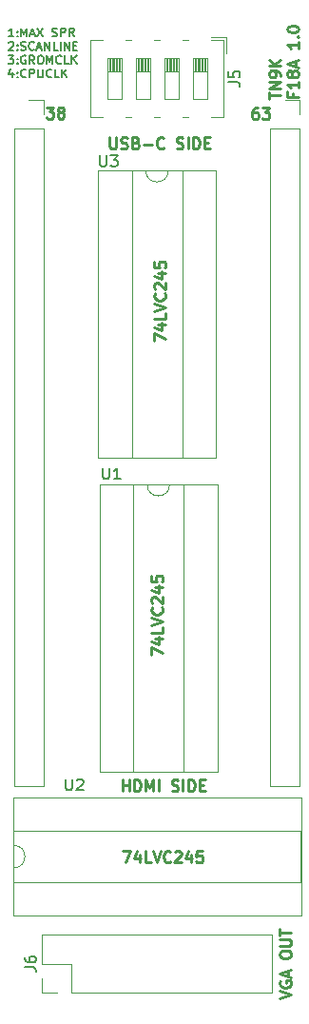
<source format=gbr>
%TF.GenerationSoftware,KiCad,Pcbnew,7.0.1*%
%TF.CreationDate,2023-04-24T00:42:08-07:00*%
%TF.ProjectId,TN9K_F18A,544e394b-5f46-4313-9841-2e6b69636164,rev?*%
%TF.SameCoordinates,Original*%
%TF.FileFunction,Legend,Top*%
%TF.FilePolarity,Positive*%
%FSLAX46Y46*%
G04 Gerber Fmt 4.6, Leading zero omitted, Abs format (unit mm)*
G04 Created by KiCad (PCBNEW 7.0.1) date 2023-04-24 00:42:08*
%MOMM*%
%LPD*%
G01*
G04 APERTURE LIST*
%ADD10C,0.250000*%
%ADD11C,0.187500*%
%ADD12C,0.150000*%
%ADD13C,0.120000*%
G04 APERTURE END LIST*
D10*
X158257857Y-115717619D02*
X158924523Y-115717619D01*
X158924523Y-115717619D02*
X158495952Y-116717619D01*
X159734047Y-116050952D02*
X159734047Y-116717619D01*
X159495952Y-115670000D02*
X159257857Y-116384285D01*
X159257857Y-116384285D02*
X159876904Y-116384285D01*
X160734047Y-116717619D02*
X160257857Y-116717619D01*
X160257857Y-116717619D02*
X160257857Y-115717619D01*
X160924524Y-115717619D02*
X161257857Y-116717619D01*
X161257857Y-116717619D02*
X161591190Y-115717619D01*
X162495952Y-116622380D02*
X162448333Y-116670000D01*
X162448333Y-116670000D02*
X162305476Y-116717619D01*
X162305476Y-116717619D02*
X162210238Y-116717619D01*
X162210238Y-116717619D02*
X162067381Y-116670000D01*
X162067381Y-116670000D02*
X161972143Y-116574761D01*
X161972143Y-116574761D02*
X161924524Y-116479523D01*
X161924524Y-116479523D02*
X161876905Y-116289047D01*
X161876905Y-116289047D02*
X161876905Y-116146190D01*
X161876905Y-116146190D02*
X161924524Y-115955714D01*
X161924524Y-115955714D02*
X161972143Y-115860476D01*
X161972143Y-115860476D02*
X162067381Y-115765238D01*
X162067381Y-115765238D02*
X162210238Y-115717619D01*
X162210238Y-115717619D02*
X162305476Y-115717619D01*
X162305476Y-115717619D02*
X162448333Y-115765238D01*
X162448333Y-115765238D02*
X162495952Y-115812857D01*
X162876905Y-115812857D02*
X162924524Y-115765238D01*
X162924524Y-115765238D02*
X163019762Y-115717619D01*
X163019762Y-115717619D02*
X163257857Y-115717619D01*
X163257857Y-115717619D02*
X163353095Y-115765238D01*
X163353095Y-115765238D02*
X163400714Y-115812857D01*
X163400714Y-115812857D02*
X163448333Y-115908095D01*
X163448333Y-115908095D02*
X163448333Y-116003333D01*
X163448333Y-116003333D02*
X163400714Y-116146190D01*
X163400714Y-116146190D02*
X162829286Y-116717619D01*
X162829286Y-116717619D02*
X163448333Y-116717619D01*
X164305476Y-116050952D02*
X164305476Y-116717619D01*
X164067381Y-115670000D02*
X163829286Y-116384285D01*
X163829286Y-116384285D02*
X164448333Y-116384285D01*
X165305476Y-115717619D02*
X164829286Y-115717619D01*
X164829286Y-115717619D02*
X164781667Y-116193809D01*
X164781667Y-116193809D02*
X164829286Y-116146190D01*
X164829286Y-116146190D02*
X164924524Y-116098571D01*
X164924524Y-116098571D02*
X165162619Y-116098571D01*
X165162619Y-116098571D02*
X165257857Y-116146190D01*
X165257857Y-116146190D02*
X165305476Y-116193809D01*
X165305476Y-116193809D02*
X165353095Y-116289047D01*
X165353095Y-116289047D02*
X165353095Y-116527142D01*
X165353095Y-116527142D02*
X165305476Y-116622380D01*
X165305476Y-116622380D02*
X165257857Y-116670000D01*
X165257857Y-116670000D02*
X165162619Y-116717619D01*
X165162619Y-116717619D02*
X164924524Y-116717619D01*
X164924524Y-116717619D02*
X164829286Y-116670000D01*
X164829286Y-116670000D02*
X164781667Y-116622380D01*
X161056619Y-70342142D02*
X161056619Y-69675476D01*
X161056619Y-69675476D02*
X162056619Y-70104047D01*
X161389952Y-68865952D02*
X162056619Y-68865952D01*
X161009000Y-69104047D02*
X161723285Y-69342142D01*
X161723285Y-69342142D02*
X161723285Y-68723095D01*
X162056619Y-67865952D02*
X162056619Y-68342142D01*
X162056619Y-68342142D02*
X161056619Y-68342142D01*
X161056619Y-67675475D02*
X162056619Y-67342142D01*
X162056619Y-67342142D02*
X161056619Y-67008809D01*
X161961380Y-66104047D02*
X162009000Y-66151666D01*
X162009000Y-66151666D02*
X162056619Y-66294523D01*
X162056619Y-66294523D02*
X162056619Y-66389761D01*
X162056619Y-66389761D02*
X162009000Y-66532618D01*
X162009000Y-66532618D02*
X161913761Y-66627856D01*
X161913761Y-66627856D02*
X161818523Y-66675475D01*
X161818523Y-66675475D02*
X161628047Y-66723094D01*
X161628047Y-66723094D02*
X161485190Y-66723094D01*
X161485190Y-66723094D02*
X161294714Y-66675475D01*
X161294714Y-66675475D02*
X161199476Y-66627856D01*
X161199476Y-66627856D02*
X161104238Y-66532618D01*
X161104238Y-66532618D02*
X161056619Y-66389761D01*
X161056619Y-66389761D02*
X161056619Y-66294523D01*
X161056619Y-66294523D02*
X161104238Y-66151666D01*
X161104238Y-66151666D02*
X161151857Y-66104047D01*
X161151857Y-65723094D02*
X161104238Y-65675475D01*
X161104238Y-65675475D02*
X161056619Y-65580237D01*
X161056619Y-65580237D02*
X161056619Y-65342142D01*
X161056619Y-65342142D02*
X161104238Y-65246904D01*
X161104238Y-65246904D02*
X161151857Y-65199285D01*
X161151857Y-65199285D02*
X161247095Y-65151666D01*
X161247095Y-65151666D02*
X161342333Y-65151666D01*
X161342333Y-65151666D02*
X161485190Y-65199285D01*
X161485190Y-65199285D02*
X162056619Y-65770713D01*
X162056619Y-65770713D02*
X162056619Y-65151666D01*
X161389952Y-64294523D02*
X162056619Y-64294523D01*
X161009000Y-64532618D02*
X161723285Y-64770713D01*
X161723285Y-64770713D02*
X161723285Y-64151666D01*
X161056619Y-63294523D02*
X161056619Y-63770713D01*
X161056619Y-63770713D02*
X161532809Y-63818332D01*
X161532809Y-63818332D02*
X161485190Y-63770713D01*
X161485190Y-63770713D02*
X161437571Y-63675475D01*
X161437571Y-63675475D02*
X161437571Y-63437380D01*
X161437571Y-63437380D02*
X161485190Y-63342142D01*
X161485190Y-63342142D02*
X161532809Y-63294523D01*
X161532809Y-63294523D02*
X161628047Y-63246904D01*
X161628047Y-63246904D02*
X161866142Y-63246904D01*
X161866142Y-63246904D02*
X161961380Y-63294523D01*
X161961380Y-63294523D02*
X162009000Y-63342142D01*
X162009000Y-63342142D02*
X162056619Y-63437380D01*
X162056619Y-63437380D02*
X162056619Y-63675475D01*
X162056619Y-63675475D02*
X162009000Y-63770713D01*
X162009000Y-63770713D02*
X161961380Y-63818332D01*
X171281819Y-48775161D02*
X171281819Y-48203733D01*
X172281819Y-48489447D02*
X171281819Y-48489447D01*
X172281819Y-47870399D02*
X171281819Y-47870399D01*
X171281819Y-47870399D02*
X172281819Y-47298971D01*
X172281819Y-47298971D02*
X171281819Y-47298971D01*
X172281819Y-46775161D02*
X172281819Y-46584685D01*
X172281819Y-46584685D02*
X172234200Y-46489447D01*
X172234200Y-46489447D02*
X172186580Y-46441828D01*
X172186580Y-46441828D02*
X172043723Y-46346590D01*
X172043723Y-46346590D02*
X171853247Y-46298971D01*
X171853247Y-46298971D02*
X171472295Y-46298971D01*
X171472295Y-46298971D02*
X171377057Y-46346590D01*
X171377057Y-46346590D02*
X171329438Y-46394209D01*
X171329438Y-46394209D02*
X171281819Y-46489447D01*
X171281819Y-46489447D02*
X171281819Y-46679923D01*
X171281819Y-46679923D02*
X171329438Y-46775161D01*
X171329438Y-46775161D02*
X171377057Y-46822780D01*
X171377057Y-46822780D02*
X171472295Y-46870399D01*
X171472295Y-46870399D02*
X171710390Y-46870399D01*
X171710390Y-46870399D02*
X171805628Y-46822780D01*
X171805628Y-46822780D02*
X171853247Y-46775161D01*
X171853247Y-46775161D02*
X171900866Y-46679923D01*
X171900866Y-46679923D02*
X171900866Y-46489447D01*
X171900866Y-46489447D02*
X171853247Y-46394209D01*
X171853247Y-46394209D02*
X171805628Y-46346590D01*
X171805628Y-46346590D02*
X171710390Y-46298971D01*
X172281819Y-45870399D02*
X171281819Y-45870399D01*
X172281819Y-45298971D02*
X171710390Y-45727542D01*
X171281819Y-45298971D02*
X171853247Y-45870399D01*
X173378009Y-48298971D02*
X173378009Y-48632304D01*
X173901819Y-48632304D02*
X172901819Y-48632304D01*
X172901819Y-48632304D02*
X172901819Y-48156114D01*
X173901819Y-47251352D02*
X173901819Y-47822780D01*
X173901819Y-47537066D02*
X172901819Y-47537066D01*
X172901819Y-47537066D02*
X173044676Y-47632304D01*
X173044676Y-47632304D02*
X173139914Y-47727542D01*
X173139914Y-47727542D02*
X173187533Y-47822780D01*
X173330390Y-46679923D02*
X173282771Y-46775161D01*
X173282771Y-46775161D02*
X173235152Y-46822780D01*
X173235152Y-46822780D02*
X173139914Y-46870399D01*
X173139914Y-46870399D02*
X173092295Y-46870399D01*
X173092295Y-46870399D02*
X172997057Y-46822780D01*
X172997057Y-46822780D02*
X172949438Y-46775161D01*
X172949438Y-46775161D02*
X172901819Y-46679923D01*
X172901819Y-46679923D02*
X172901819Y-46489447D01*
X172901819Y-46489447D02*
X172949438Y-46394209D01*
X172949438Y-46394209D02*
X172997057Y-46346590D01*
X172997057Y-46346590D02*
X173092295Y-46298971D01*
X173092295Y-46298971D02*
X173139914Y-46298971D01*
X173139914Y-46298971D02*
X173235152Y-46346590D01*
X173235152Y-46346590D02*
X173282771Y-46394209D01*
X173282771Y-46394209D02*
X173330390Y-46489447D01*
X173330390Y-46489447D02*
X173330390Y-46679923D01*
X173330390Y-46679923D02*
X173378009Y-46775161D01*
X173378009Y-46775161D02*
X173425628Y-46822780D01*
X173425628Y-46822780D02*
X173520866Y-46870399D01*
X173520866Y-46870399D02*
X173711342Y-46870399D01*
X173711342Y-46870399D02*
X173806580Y-46822780D01*
X173806580Y-46822780D02*
X173854200Y-46775161D01*
X173854200Y-46775161D02*
X173901819Y-46679923D01*
X173901819Y-46679923D02*
X173901819Y-46489447D01*
X173901819Y-46489447D02*
X173854200Y-46394209D01*
X173854200Y-46394209D02*
X173806580Y-46346590D01*
X173806580Y-46346590D02*
X173711342Y-46298971D01*
X173711342Y-46298971D02*
X173520866Y-46298971D01*
X173520866Y-46298971D02*
X173425628Y-46346590D01*
X173425628Y-46346590D02*
X173378009Y-46394209D01*
X173378009Y-46394209D02*
X173330390Y-46489447D01*
X173616104Y-45918018D02*
X173616104Y-45441828D01*
X173901819Y-46013256D02*
X172901819Y-45679923D01*
X172901819Y-45679923D02*
X173901819Y-45346590D01*
X173901819Y-43727542D02*
X173901819Y-44298970D01*
X173901819Y-44013256D02*
X172901819Y-44013256D01*
X172901819Y-44013256D02*
X173044676Y-44108494D01*
X173044676Y-44108494D02*
X173139914Y-44203732D01*
X173139914Y-44203732D02*
X173187533Y-44298970D01*
X173806580Y-43298970D02*
X173854200Y-43251351D01*
X173854200Y-43251351D02*
X173901819Y-43298970D01*
X173901819Y-43298970D02*
X173854200Y-43346589D01*
X173854200Y-43346589D02*
X173806580Y-43298970D01*
X173806580Y-43298970D02*
X173901819Y-43298970D01*
X172901819Y-42632304D02*
X172901819Y-42537066D01*
X172901819Y-42537066D02*
X172949438Y-42441828D01*
X172949438Y-42441828D02*
X172997057Y-42394209D01*
X172997057Y-42394209D02*
X173092295Y-42346590D01*
X173092295Y-42346590D02*
X173282771Y-42298971D01*
X173282771Y-42298971D02*
X173520866Y-42298971D01*
X173520866Y-42298971D02*
X173711342Y-42346590D01*
X173711342Y-42346590D02*
X173806580Y-42394209D01*
X173806580Y-42394209D02*
X173854200Y-42441828D01*
X173854200Y-42441828D02*
X173901819Y-42537066D01*
X173901819Y-42537066D02*
X173901819Y-42632304D01*
X173901819Y-42632304D02*
X173854200Y-42727542D01*
X173854200Y-42727542D02*
X173806580Y-42775161D01*
X173806580Y-42775161D02*
X173711342Y-42822780D01*
X173711342Y-42822780D02*
X173520866Y-42870399D01*
X173520866Y-42870399D02*
X173282771Y-42870399D01*
X173282771Y-42870399D02*
X173092295Y-42822780D01*
X173092295Y-42822780D02*
X172997057Y-42775161D01*
X172997057Y-42775161D02*
X172949438Y-42727542D01*
X172949438Y-42727542D02*
X172901819Y-42632304D01*
D11*
X148526428Y-43253214D02*
X148097857Y-43253214D01*
X148312142Y-43253214D02*
X148312142Y-42503214D01*
X148312142Y-42503214D02*
X148240714Y-42610357D01*
X148240714Y-42610357D02*
X148169285Y-42681785D01*
X148169285Y-42681785D02*
X148097857Y-42717500D01*
X148847857Y-43181785D02*
X148883571Y-43217500D01*
X148883571Y-43217500D02*
X148847857Y-43253214D01*
X148847857Y-43253214D02*
X148812143Y-43217500D01*
X148812143Y-43217500D02*
X148847857Y-43181785D01*
X148847857Y-43181785D02*
X148847857Y-43253214D01*
X148847857Y-42788928D02*
X148883571Y-42824642D01*
X148883571Y-42824642D02*
X148847857Y-42860357D01*
X148847857Y-42860357D02*
X148812143Y-42824642D01*
X148812143Y-42824642D02*
X148847857Y-42788928D01*
X148847857Y-42788928D02*
X148847857Y-42860357D01*
X149205000Y-43253214D02*
X149205000Y-42503214D01*
X149205000Y-42503214D02*
X149455000Y-43038928D01*
X149455000Y-43038928D02*
X149705000Y-42503214D01*
X149705000Y-42503214D02*
X149705000Y-43253214D01*
X150026429Y-43038928D02*
X150383572Y-43038928D01*
X149955000Y-43253214D02*
X150205000Y-42503214D01*
X150205000Y-42503214D02*
X150455000Y-43253214D01*
X150633571Y-42503214D02*
X151133571Y-43253214D01*
X151133571Y-42503214D02*
X150633571Y-43253214D01*
X151955001Y-43217500D02*
X152062144Y-43253214D01*
X152062144Y-43253214D02*
X152240715Y-43253214D01*
X152240715Y-43253214D02*
X152312144Y-43217500D01*
X152312144Y-43217500D02*
X152347858Y-43181785D01*
X152347858Y-43181785D02*
X152383572Y-43110357D01*
X152383572Y-43110357D02*
X152383572Y-43038928D01*
X152383572Y-43038928D02*
X152347858Y-42967500D01*
X152347858Y-42967500D02*
X152312144Y-42931785D01*
X152312144Y-42931785D02*
X152240715Y-42896071D01*
X152240715Y-42896071D02*
X152097858Y-42860357D01*
X152097858Y-42860357D02*
X152026429Y-42824642D01*
X152026429Y-42824642D02*
X151990715Y-42788928D01*
X151990715Y-42788928D02*
X151955001Y-42717500D01*
X151955001Y-42717500D02*
X151955001Y-42646071D01*
X151955001Y-42646071D02*
X151990715Y-42574642D01*
X151990715Y-42574642D02*
X152026429Y-42538928D01*
X152026429Y-42538928D02*
X152097858Y-42503214D01*
X152097858Y-42503214D02*
X152276429Y-42503214D01*
X152276429Y-42503214D02*
X152383572Y-42538928D01*
X152705001Y-43253214D02*
X152705001Y-42503214D01*
X152705001Y-42503214D02*
X152990715Y-42503214D01*
X152990715Y-42503214D02*
X153062144Y-42538928D01*
X153062144Y-42538928D02*
X153097858Y-42574642D01*
X153097858Y-42574642D02*
X153133572Y-42646071D01*
X153133572Y-42646071D02*
X153133572Y-42753214D01*
X153133572Y-42753214D02*
X153097858Y-42824642D01*
X153097858Y-42824642D02*
X153062144Y-42860357D01*
X153062144Y-42860357D02*
X152990715Y-42896071D01*
X152990715Y-42896071D02*
X152705001Y-42896071D01*
X153883572Y-43253214D02*
X153633572Y-42896071D01*
X153455001Y-43253214D02*
X153455001Y-42503214D01*
X153455001Y-42503214D02*
X153740715Y-42503214D01*
X153740715Y-42503214D02*
X153812144Y-42538928D01*
X153812144Y-42538928D02*
X153847858Y-42574642D01*
X153847858Y-42574642D02*
X153883572Y-42646071D01*
X153883572Y-42646071D02*
X153883572Y-42753214D01*
X153883572Y-42753214D02*
X153847858Y-42824642D01*
X153847858Y-42824642D02*
X153812144Y-42860357D01*
X153812144Y-42860357D02*
X153740715Y-42896071D01*
X153740715Y-42896071D02*
X153455001Y-42896071D01*
X148097857Y-43789642D02*
X148133571Y-43753928D01*
X148133571Y-43753928D02*
X148205000Y-43718214D01*
X148205000Y-43718214D02*
X148383571Y-43718214D01*
X148383571Y-43718214D02*
X148455000Y-43753928D01*
X148455000Y-43753928D02*
X148490714Y-43789642D01*
X148490714Y-43789642D02*
X148526428Y-43861071D01*
X148526428Y-43861071D02*
X148526428Y-43932500D01*
X148526428Y-43932500D02*
X148490714Y-44039642D01*
X148490714Y-44039642D02*
X148062142Y-44468214D01*
X148062142Y-44468214D02*
X148526428Y-44468214D01*
X148847857Y-44396785D02*
X148883571Y-44432500D01*
X148883571Y-44432500D02*
X148847857Y-44468214D01*
X148847857Y-44468214D02*
X148812143Y-44432500D01*
X148812143Y-44432500D02*
X148847857Y-44396785D01*
X148847857Y-44396785D02*
X148847857Y-44468214D01*
X148847857Y-44003928D02*
X148883571Y-44039642D01*
X148883571Y-44039642D02*
X148847857Y-44075357D01*
X148847857Y-44075357D02*
X148812143Y-44039642D01*
X148812143Y-44039642D02*
X148847857Y-44003928D01*
X148847857Y-44003928D02*
X148847857Y-44075357D01*
X149169286Y-44432500D02*
X149276429Y-44468214D01*
X149276429Y-44468214D02*
X149455000Y-44468214D01*
X149455000Y-44468214D02*
X149526429Y-44432500D01*
X149526429Y-44432500D02*
X149562143Y-44396785D01*
X149562143Y-44396785D02*
X149597857Y-44325357D01*
X149597857Y-44325357D02*
X149597857Y-44253928D01*
X149597857Y-44253928D02*
X149562143Y-44182500D01*
X149562143Y-44182500D02*
X149526429Y-44146785D01*
X149526429Y-44146785D02*
X149455000Y-44111071D01*
X149455000Y-44111071D02*
X149312143Y-44075357D01*
X149312143Y-44075357D02*
X149240714Y-44039642D01*
X149240714Y-44039642D02*
X149205000Y-44003928D01*
X149205000Y-44003928D02*
X149169286Y-43932500D01*
X149169286Y-43932500D02*
X149169286Y-43861071D01*
X149169286Y-43861071D02*
X149205000Y-43789642D01*
X149205000Y-43789642D02*
X149240714Y-43753928D01*
X149240714Y-43753928D02*
X149312143Y-43718214D01*
X149312143Y-43718214D02*
X149490714Y-43718214D01*
X149490714Y-43718214D02*
X149597857Y-43753928D01*
X150347857Y-44396785D02*
X150312143Y-44432500D01*
X150312143Y-44432500D02*
X150205000Y-44468214D01*
X150205000Y-44468214D02*
X150133572Y-44468214D01*
X150133572Y-44468214D02*
X150026429Y-44432500D01*
X150026429Y-44432500D02*
X149955000Y-44361071D01*
X149955000Y-44361071D02*
X149919286Y-44289642D01*
X149919286Y-44289642D02*
X149883572Y-44146785D01*
X149883572Y-44146785D02*
X149883572Y-44039642D01*
X149883572Y-44039642D02*
X149919286Y-43896785D01*
X149919286Y-43896785D02*
X149955000Y-43825357D01*
X149955000Y-43825357D02*
X150026429Y-43753928D01*
X150026429Y-43753928D02*
X150133572Y-43718214D01*
X150133572Y-43718214D02*
X150205000Y-43718214D01*
X150205000Y-43718214D02*
X150312143Y-43753928D01*
X150312143Y-43753928D02*
X150347857Y-43789642D01*
X150633572Y-44253928D02*
X150990715Y-44253928D01*
X150562143Y-44468214D02*
X150812143Y-43718214D01*
X150812143Y-43718214D02*
X151062143Y-44468214D01*
X151312143Y-44468214D02*
X151312143Y-43718214D01*
X151312143Y-43718214D02*
X151740714Y-44468214D01*
X151740714Y-44468214D02*
X151740714Y-43718214D01*
X152455000Y-44468214D02*
X152097857Y-44468214D01*
X152097857Y-44468214D02*
X152097857Y-43718214D01*
X152705000Y-44468214D02*
X152705000Y-43718214D01*
X153062143Y-44468214D02*
X153062143Y-43718214D01*
X153062143Y-43718214D02*
X153490714Y-44468214D01*
X153490714Y-44468214D02*
X153490714Y-43718214D01*
X153847857Y-44075357D02*
X154097857Y-44075357D01*
X154205000Y-44468214D02*
X153847857Y-44468214D01*
X153847857Y-44468214D02*
X153847857Y-43718214D01*
X153847857Y-43718214D02*
X154205000Y-43718214D01*
X148062142Y-44933214D02*
X148526428Y-44933214D01*
X148526428Y-44933214D02*
X148276428Y-45218928D01*
X148276428Y-45218928D02*
X148383571Y-45218928D01*
X148383571Y-45218928D02*
X148455000Y-45254642D01*
X148455000Y-45254642D02*
X148490714Y-45290357D01*
X148490714Y-45290357D02*
X148526428Y-45361785D01*
X148526428Y-45361785D02*
X148526428Y-45540357D01*
X148526428Y-45540357D02*
X148490714Y-45611785D01*
X148490714Y-45611785D02*
X148455000Y-45647500D01*
X148455000Y-45647500D02*
X148383571Y-45683214D01*
X148383571Y-45683214D02*
X148169285Y-45683214D01*
X148169285Y-45683214D02*
X148097857Y-45647500D01*
X148097857Y-45647500D02*
X148062142Y-45611785D01*
X148847857Y-45611785D02*
X148883571Y-45647500D01*
X148883571Y-45647500D02*
X148847857Y-45683214D01*
X148847857Y-45683214D02*
X148812143Y-45647500D01*
X148812143Y-45647500D02*
X148847857Y-45611785D01*
X148847857Y-45611785D02*
X148847857Y-45683214D01*
X148847857Y-45218928D02*
X148883571Y-45254642D01*
X148883571Y-45254642D02*
X148847857Y-45290357D01*
X148847857Y-45290357D02*
X148812143Y-45254642D01*
X148812143Y-45254642D02*
X148847857Y-45218928D01*
X148847857Y-45218928D02*
X148847857Y-45290357D01*
X149597857Y-44968928D02*
X149526429Y-44933214D01*
X149526429Y-44933214D02*
X149419286Y-44933214D01*
X149419286Y-44933214D02*
X149312143Y-44968928D01*
X149312143Y-44968928D02*
X149240714Y-45040357D01*
X149240714Y-45040357D02*
X149205000Y-45111785D01*
X149205000Y-45111785D02*
X149169286Y-45254642D01*
X149169286Y-45254642D02*
X149169286Y-45361785D01*
X149169286Y-45361785D02*
X149205000Y-45504642D01*
X149205000Y-45504642D02*
X149240714Y-45576071D01*
X149240714Y-45576071D02*
X149312143Y-45647500D01*
X149312143Y-45647500D02*
X149419286Y-45683214D01*
X149419286Y-45683214D02*
X149490714Y-45683214D01*
X149490714Y-45683214D02*
X149597857Y-45647500D01*
X149597857Y-45647500D02*
X149633571Y-45611785D01*
X149633571Y-45611785D02*
X149633571Y-45361785D01*
X149633571Y-45361785D02*
X149490714Y-45361785D01*
X150383571Y-45683214D02*
X150133571Y-45326071D01*
X149955000Y-45683214D02*
X149955000Y-44933214D01*
X149955000Y-44933214D02*
X150240714Y-44933214D01*
X150240714Y-44933214D02*
X150312143Y-44968928D01*
X150312143Y-44968928D02*
X150347857Y-45004642D01*
X150347857Y-45004642D02*
X150383571Y-45076071D01*
X150383571Y-45076071D02*
X150383571Y-45183214D01*
X150383571Y-45183214D02*
X150347857Y-45254642D01*
X150347857Y-45254642D02*
X150312143Y-45290357D01*
X150312143Y-45290357D02*
X150240714Y-45326071D01*
X150240714Y-45326071D02*
X149955000Y-45326071D01*
X150847857Y-44933214D02*
X150990714Y-44933214D01*
X150990714Y-44933214D02*
X151062143Y-44968928D01*
X151062143Y-44968928D02*
X151133571Y-45040357D01*
X151133571Y-45040357D02*
X151169286Y-45183214D01*
X151169286Y-45183214D02*
X151169286Y-45433214D01*
X151169286Y-45433214D02*
X151133571Y-45576071D01*
X151133571Y-45576071D02*
X151062143Y-45647500D01*
X151062143Y-45647500D02*
X150990714Y-45683214D01*
X150990714Y-45683214D02*
X150847857Y-45683214D01*
X150847857Y-45683214D02*
X150776429Y-45647500D01*
X150776429Y-45647500D02*
X150705000Y-45576071D01*
X150705000Y-45576071D02*
X150669286Y-45433214D01*
X150669286Y-45433214D02*
X150669286Y-45183214D01*
X150669286Y-45183214D02*
X150705000Y-45040357D01*
X150705000Y-45040357D02*
X150776429Y-44968928D01*
X150776429Y-44968928D02*
X150847857Y-44933214D01*
X151490714Y-45683214D02*
X151490714Y-44933214D01*
X151490714Y-44933214D02*
X151740714Y-45468928D01*
X151740714Y-45468928D02*
X151990714Y-44933214D01*
X151990714Y-44933214D02*
X151990714Y-45683214D01*
X152776428Y-45611785D02*
X152740714Y-45647500D01*
X152740714Y-45647500D02*
X152633571Y-45683214D01*
X152633571Y-45683214D02*
X152562143Y-45683214D01*
X152562143Y-45683214D02*
X152455000Y-45647500D01*
X152455000Y-45647500D02*
X152383571Y-45576071D01*
X152383571Y-45576071D02*
X152347857Y-45504642D01*
X152347857Y-45504642D02*
X152312143Y-45361785D01*
X152312143Y-45361785D02*
X152312143Y-45254642D01*
X152312143Y-45254642D02*
X152347857Y-45111785D01*
X152347857Y-45111785D02*
X152383571Y-45040357D01*
X152383571Y-45040357D02*
X152455000Y-44968928D01*
X152455000Y-44968928D02*
X152562143Y-44933214D01*
X152562143Y-44933214D02*
X152633571Y-44933214D01*
X152633571Y-44933214D02*
X152740714Y-44968928D01*
X152740714Y-44968928D02*
X152776428Y-45004642D01*
X153455000Y-45683214D02*
X153097857Y-45683214D01*
X153097857Y-45683214D02*
X153097857Y-44933214D01*
X153705000Y-45683214D02*
X153705000Y-44933214D01*
X154133571Y-45683214D02*
X153812143Y-45254642D01*
X154133571Y-44933214D02*
X153705000Y-45361785D01*
X148455000Y-46398214D02*
X148455000Y-46898214D01*
X148276428Y-46112500D02*
X148097857Y-46648214D01*
X148097857Y-46648214D02*
X148562142Y-46648214D01*
X148847857Y-46826785D02*
X148883571Y-46862500D01*
X148883571Y-46862500D02*
X148847857Y-46898214D01*
X148847857Y-46898214D02*
X148812143Y-46862500D01*
X148812143Y-46862500D02*
X148847857Y-46826785D01*
X148847857Y-46826785D02*
X148847857Y-46898214D01*
X148847857Y-46433928D02*
X148883571Y-46469642D01*
X148883571Y-46469642D02*
X148847857Y-46505357D01*
X148847857Y-46505357D02*
X148812143Y-46469642D01*
X148812143Y-46469642D02*
X148847857Y-46433928D01*
X148847857Y-46433928D02*
X148847857Y-46505357D01*
X149633571Y-46826785D02*
X149597857Y-46862500D01*
X149597857Y-46862500D02*
X149490714Y-46898214D01*
X149490714Y-46898214D02*
X149419286Y-46898214D01*
X149419286Y-46898214D02*
X149312143Y-46862500D01*
X149312143Y-46862500D02*
X149240714Y-46791071D01*
X149240714Y-46791071D02*
X149205000Y-46719642D01*
X149205000Y-46719642D02*
X149169286Y-46576785D01*
X149169286Y-46576785D02*
X149169286Y-46469642D01*
X149169286Y-46469642D02*
X149205000Y-46326785D01*
X149205000Y-46326785D02*
X149240714Y-46255357D01*
X149240714Y-46255357D02*
X149312143Y-46183928D01*
X149312143Y-46183928D02*
X149419286Y-46148214D01*
X149419286Y-46148214D02*
X149490714Y-46148214D01*
X149490714Y-46148214D02*
X149597857Y-46183928D01*
X149597857Y-46183928D02*
X149633571Y-46219642D01*
X149955000Y-46898214D02*
X149955000Y-46148214D01*
X149955000Y-46148214D02*
X150240714Y-46148214D01*
X150240714Y-46148214D02*
X150312143Y-46183928D01*
X150312143Y-46183928D02*
X150347857Y-46219642D01*
X150347857Y-46219642D02*
X150383571Y-46291071D01*
X150383571Y-46291071D02*
X150383571Y-46398214D01*
X150383571Y-46398214D02*
X150347857Y-46469642D01*
X150347857Y-46469642D02*
X150312143Y-46505357D01*
X150312143Y-46505357D02*
X150240714Y-46541071D01*
X150240714Y-46541071D02*
X149955000Y-46541071D01*
X150705000Y-46148214D02*
X150705000Y-46755357D01*
X150705000Y-46755357D02*
X150740714Y-46826785D01*
X150740714Y-46826785D02*
X150776429Y-46862500D01*
X150776429Y-46862500D02*
X150847857Y-46898214D01*
X150847857Y-46898214D02*
X150990714Y-46898214D01*
X150990714Y-46898214D02*
X151062143Y-46862500D01*
X151062143Y-46862500D02*
X151097857Y-46826785D01*
X151097857Y-46826785D02*
X151133571Y-46755357D01*
X151133571Y-46755357D02*
X151133571Y-46148214D01*
X151919285Y-46826785D02*
X151883571Y-46862500D01*
X151883571Y-46862500D02*
X151776428Y-46898214D01*
X151776428Y-46898214D02*
X151705000Y-46898214D01*
X151705000Y-46898214D02*
X151597857Y-46862500D01*
X151597857Y-46862500D02*
X151526428Y-46791071D01*
X151526428Y-46791071D02*
X151490714Y-46719642D01*
X151490714Y-46719642D02*
X151455000Y-46576785D01*
X151455000Y-46576785D02*
X151455000Y-46469642D01*
X151455000Y-46469642D02*
X151490714Y-46326785D01*
X151490714Y-46326785D02*
X151526428Y-46255357D01*
X151526428Y-46255357D02*
X151597857Y-46183928D01*
X151597857Y-46183928D02*
X151705000Y-46148214D01*
X151705000Y-46148214D02*
X151776428Y-46148214D01*
X151776428Y-46148214D02*
X151883571Y-46183928D01*
X151883571Y-46183928D02*
X151919285Y-46219642D01*
X152597857Y-46898214D02*
X152240714Y-46898214D01*
X152240714Y-46898214D02*
X152240714Y-46148214D01*
X152847857Y-46898214D02*
X152847857Y-46148214D01*
X153276428Y-46898214D02*
X152955000Y-46469642D01*
X153276428Y-46148214D02*
X152847857Y-46576785D01*
D10*
X160802619Y-98282142D02*
X160802619Y-97615476D01*
X160802619Y-97615476D02*
X161802619Y-98044047D01*
X161135952Y-96805952D02*
X161802619Y-96805952D01*
X160755000Y-97044047D02*
X161469285Y-97282142D01*
X161469285Y-97282142D02*
X161469285Y-96663095D01*
X161802619Y-95805952D02*
X161802619Y-96282142D01*
X161802619Y-96282142D02*
X160802619Y-96282142D01*
X160802619Y-95615475D02*
X161802619Y-95282142D01*
X161802619Y-95282142D02*
X160802619Y-94948809D01*
X161707380Y-94044047D02*
X161755000Y-94091666D01*
X161755000Y-94091666D02*
X161802619Y-94234523D01*
X161802619Y-94234523D02*
X161802619Y-94329761D01*
X161802619Y-94329761D02*
X161755000Y-94472618D01*
X161755000Y-94472618D02*
X161659761Y-94567856D01*
X161659761Y-94567856D02*
X161564523Y-94615475D01*
X161564523Y-94615475D02*
X161374047Y-94663094D01*
X161374047Y-94663094D02*
X161231190Y-94663094D01*
X161231190Y-94663094D02*
X161040714Y-94615475D01*
X161040714Y-94615475D02*
X160945476Y-94567856D01*
X160945476Y-94567856D02*
X160850238Y-94472618D01*
X160850238Y-94472618D02*
X160802619Y-94329761D01*
X160802619Y-94329761D02*
X160802619Y-94234523D01*
X160802619Y-94234523D02*
X160850238Y-94091666D01*
X160850238Y-94091666D02*
X160897857Y-94044047D01*
X160897857Y-93663094D02*
X160850238Y-93615475D01*
X160850238Y-93615475D02*
X160802619Y-93520237D01*
X160802619Y-93520237D02*
X160802619Y-93282142D01*
X160802619Y-93282142D02*
X160850238Y-93186904D01*
X160850238Y-93186904D02*
X160897857Y-93139285D01*
X160897857Y-93139285D02*
X160993095Y-93091666D01*
X160993095Y-93091666D02*
X161088333Y-93091666D01*
X161088333Y-93091666D02*
X161231190Y-93139285D01*
X161231190Y-93139285D02*
X161802619Y-93710713D01*
X161802619Y-93710713D02*
X161802619Y-93091666D01*
X161135952Y-92234523D02*
X161802619Y-92234523D01*
X160755000Y-92472618D02*
X161469285Y-92710713D01*
X161469285Y-92710713D02*
X161469285Y-92091666D01*
X160802619Y-91234523D02*
X160802619Y-91710713D01*
X160802619Y-91710713D02*
X161278809Y-91758332D01*
X161278809Y-91758332D02*
X161231190Y-91710713D01*
X161231190Y-91710713D02*
X161183571Y-91615475D01*
X161183571Y-91615475D02*
X161183571Y-91377380D01*
X161183571Y-91377380D02*
X161231190Y-91282142D01*
X161231190Y-91282142D02*
X161278809Y-91234523D01*
X161278809Y-91234523D02*
X161374047Y-91186904D01*
X161374047Y-91186904D02*
X161612142Y-91186904D01*
X161612142Y-91186904D02*
X161707380Y-91234523D01*
X161707380Y-91234523D02*
X161755000Y-91282142D01*
X161755000Y-91282142D02*
X161802619Y-91377380D01*
X161802619Y-91377380D02*
X161802619Y-91615475D01*
X161802619Y-91615475D02*
X161755000Y-91710713D01*
X161755000Y-91710713D02*
X161707380Y-91758332D01*
X157083095Y-52217619D02*
X157083095Y-53027142D01*
X157083095Y-53027142D02*
X157130714Y-53122380D01*
X157130714Y-53122380D02*
X157178333Y-53170000D01*
X157178333Y-53170000D02*
X157273571Y-53217619D01*
X157273571Y-53217619D02*
X157464047Y-53217619D01*
X157464047Y-53217619D02*
X157559285Y-53170000D01*
X157559285Y-53170000D02*
X157606904Y-53122380D01*
X157606904Y-53122380D02*
X157654523Y-53027142D01*
X157654523Y-53027142D02*
X157654523Y-52217619D01*
X158083095Y-53170000D02*
X158225952Y-53217619D01*
X158225952Y-53217619D02*
X158464047Y-53217619D01*
X158464047Y-53217619D02*
X158559285Y-53170000D01*
X158559285Y-53170000D02*
X158606904Y-53122380D01*
X158606904Y-53122380D02*
X158654523Y-53027142D01*
X158654523Y-53027142D02*
X158654523Y-52931904D01*
X158654523Y-52931904D02*
X158606904Y-52836666D01*
X158606904Y-52836666D02*
X158559285Y-52789047D01*
X158559285Y-52789047D02*
X158464047Y-52741428D01*
X158464047Y-52741428D02*
X158273571Y-52693809D01*
X158273571Y-52693809D02*
X158178333Y-52646190D01*
X158178333Y-52646190D02*
X158130714Y-52598571D01*
X158130714Y-52598571D02*
X158083095Y-52503333D01*
X158083095Y-52503333D02*
X158083095Y-52408095D01*
X158083095Y-52408095D02*
X158130714Y-52312857D01*
X158130714Y-52312857D02*
X158178333Y-52265238D01*
X158178333Y-52265238D02*
X158273571Y-52217619D01*
X158273571Y-52217619D02*
X158511666Y-52217619D01*
X158511666Y-52217619D02*
X158654523Y-52265238D01*
X159416428Y-52693809D02*
X159559285Y-52741428D01*
X159559285Y-52741428D02*
X159606904Y-52789047D01*
X159606904Y-52789047D02*
X159654523Y-52884285D01*
X159654523Y-52884285D02*
X159654523Y-53027142D01*
X159654523Y-53027142D02*
X159606904Y-53122380D01*
X159606904Y-53122380D02*
X159559285Y-53170000D01*
X159559285Y-53170000D02*
X159464047Y-53217619D01*
X159464047Y-53217619D02*
X159083095Y-53217619D01*
X159083095Y-53217619D02*
X159083095Y-52217619D01*
X159083095Y-52217619D02*
X159416428Y-52217619D01*
X159416428Y-52217619D02*
X159511666Y-52265238D01*
X159511666Y-52265238D02*
X159559285Y-52312857D01*
X159559285Y-52312857D02*
X159606904Y-52408095D01*
X159606904Y-52408095D02*
X159606904Y-52503333D01*
X159606904Y-52503333D02*
X159559285Y-52598571D01*
X159559285Y-52598571D02*
X159511666Y-52646190D01*
X159511666Y-52646190D02*
X159416428Y-52693809D01*
X159416428Y-52693809D02*
X159083095Y-52693809D01*
X160083095Y-52836666D02*
X160845000Y-52836666D01*
X161892618Y-53122380D02*
X161844999Y-53170000D01*
X161844999Y-53170000D02*
X161702142Y-53217619D01*
X161702142Y-53217619D02*
X161606904Y-53217619D01*
X161606904Y-53217619D02*
X161464047Y-53170000D01*
X161464047Y-53170000D02*
X161368809Y-53074761D01*
X161368809Y-53074761D02*
X161321190Y-52979523D01*
X161321190Y-52979523D02*
X161273571Y-52789047D01*
X161273571Y-52789047D02*
X161273571Y-52646190D01*
X161273571Y-52646190D02*
X161321190Y-52455714D01*
X161321190Y-52455714D02*
X161368809Y-52360476D01*
X161368809Y-52360476D02*
X161464047Y-52265238D01*
X161464047Y-52265238D02*
X161606904Y-52217619D01*
X161606904Y-52217619D02*
X161702142Y-52217619D01*
X161702142Y-52217619D02*
X161844999Y-52265238D01*
X161844999Y-52265238D02*
X161892618Y-52312857D01*
X163035476Y-53170000D02*
X163178333Y-53217619D01*
X163178333Y-53217619D02*
X163416428Y-53217619D01*
X163416428Y-53217619D02*
X163511666Y-53170000D01*
X163511666Y-53170000D02*
X163559285Y-53122380D01*
X163559285Y-53122380D02*
X163606904Y-53027142D01*
X163606904Y-53027142D02*
X163606904Y-52931904D01*
X163606904Y-52931904D02*
X163559285Y-52836666D01*
X163559285Y-52836666D02*
X163511666Y-52789047D01*
X163511666Y-52789047D02*
X163416428Y-52741428D01*
X163416428Y-52741428D02*
X163225952Y-52693809D01*
X163225952Y-52693809D02*
X163130714Y-52646190D01*
X163130714Y-52646190D02*
X163083095Y-52598571D01*
X163083095Y-52598571D02*
X163035476Y-52503333D01*
X163035476Y-52503333D02*
X163035476Y-52408095D01*
X163035476Y-52408095D02*
X163083095Y-52312857D01*
X163083095Y-52312857D02*
X163130714Y-52265238D01*
X163130714Y-52265238D02*
X163225952Y-52217619D01*
X163225952Y-52217619D02*
X163464047Y-52217619D01*
X163464047Y-52217619D02*
X163606904Y-52265238D01*
X164035476Y-53217619D02*
X164035476Y-52217619D01*
X164511666Y-53217619D02*
X164511666Y-52217619D01*
X164511666Y-52217619D02*
X164749761Y-52217619D01*
X164749761Y-52217619D02*
X164892618Y-52265238D01*
X164892618Y-52265238D02*
X164987856Y-52360476D01*
X164987856Y-52360476D02*
X165035475Y-52455714D01*
X165035475Y-52455714D02*
X165083094Y-52646190D01*
X165083094Y-52646190D02*
X165083094Y-52789047D01*
X165083094Y-52789047D02*
X165035475Y-52979523D01*
X165035475Y-52979523D02*
X164987856Y-53074761D01*
X164987856Y-53074761D02*
X164892618Y-53170000D01*
X164892618Y-53170000D02*
X164749761Y-53217619D01*
X164749761Y-53217619D02*
X164511666Y-53217619D01*
X165511666Y-52693809D02*
X165844999Y-52693809D01*
X165987856Y-53217619D02*
X165511666Y-53217619D01*
X165511666Y-53217619D02*
X165511666Y-52217619D01*
X165511666Y-52217619D02*
X165987856Y-52217619D01*
X172232619Y-128809761D02*
X173232619Y-128476428D01*
X173232619Y-128476428D02*
X172232619Y-128143095D01*
X172280238Y-127285952D02*
X172232619Y-127381190D01*
X172232619Y-127381190D02*
X172232619Y-127524047D01*
X172232619Y-127524047D02*
X172280238Y-127666904D01*
X172280238Y-127666904D02*
X172375476Y-127762142D01*
X172375476Y-127762142D02*
X172470714Y-127809761D01*
X172470714Y-127809761D02*
X172661190Y-127857380D01*
X172661190Y-127857380D02*
X172804047Y-127857380D01*
X172804047Y-127857380D02*
X172994523Y-127809761D01*
X172994523Y-127809761D02*
X173089761Y-127762142D01*
X173089761Y-127762142D02*
X173185000Y-127666904D01*
X173185000Y-127666904D02*
X173232619Y-127524047D01*
X173232619Y-127524047D02*
X173232619Y-127428809D01*
X173232619Y-127428809D02*
X173185000Y-127285952D01*
X173185000Y-127285952D02*
X173137380Y-127238333D01*
X173137380Y-127238333D02*
X172804047Y-127238333D01*
X172804047Y-127238333D02*
X172804047Y-127428809D01*
X172946904Y-126857380D02*
X172946904Y-126381190D01*
X173232619Y-126952618D02*
X172232619Y-126619285D01*
X172232619Y-126619285D02*
X173232619Y-126285952D01*
X172232619Y-125000237D02*
X172232619Y-124809761D01*
X172232619Y-124809761D02*
X172280238Y-124714523D01*
X172280238Y-124714523D02*
X172375476Y-124619285D01*
X172375476Y-124619285D02*
X172565952Y-124571666D01*
X172565952Y-124571666D02*
X172899285Y-124571666D01*
X172899285Y-124571666D02*
X173089761Y-124619285D01*
X173089761Y-124619285D02*
X173185000Y-124714523D01*
X173185000Y-124714523D02*
X173232619Y-124809761D01*
X173232619Y-124809761D02*
X173232619Y-125000237D01*
X173232619Y-125000237D02*
X173185000Y-125095475D01*
X173185000Y-125095475D02*
X173089761Y-125190713D01*
X173089761Y-125190713D02*
X172899285Y-125238332D01*
X172899285Y-125238332D02*
X172565952Y-125238332D01*
X172565952Y-125238332D02*
X172375476Y-125190713D01*
X172375476Y-125190713D02*
X172280238Y-125095475D01*
X172280238Y-125095475D02*
X172232619Y-125000237D01*
X172232619Y-124143094D02*
X173042142Y-124143094D01*
X173042142Y-124143094D02*
X173137380Y-124095475D01*
X173137380Y-124095475D02*
X173185000Y-124047856D01*
X173185000Y-124047856D02*
X173232619Y-123952618D01*
X173232619Y-123952618D02*
X173232619Y-123762142D01*
X173232619Y-123762142D02*
X173185000Y-123666904D01*
X173185000Y-123666904D02*
X173137380Y-123619285D01*
X173137380Y-123619285D02*
X173042142Y-123571666D01*
X173042142Y-123571666D02*
X172232619Y-123571666D01*
X172232619Y-123238332D02*
X172232619Y-122666904D01*
X173232619Y-122952618D02*
X172232619Y-122952618D01*
X158226095Y-110367619D02*
X158226095Y-109367619D01*
X158226095Y-109843809D02*
X158797523Y-109843809D01*
X158797523Y-110367619D02*
X158797523Y-109367619D01*
X159273714Y-110367619D02*
X159273714Y-109367619D01*
X159273714Y-109367619D02*
X159511809Y-109367619D01*
X159511809Y-109367619D02*
X159654666Y-109415238D01*
X159654666Y-109415238D02*
X159749904Y-109510476D01*
X159749904Y-109510476D02*
X159797523Y-109605714D01*
X159797523Y-109605714D02*
X159845142Y-109796190D01*
X159845142Y-109796190D02*
X159845142Y-109939047D01*
X159845142Y-109939047D02*
X159797523Y-110129523D01*
X159797523Y-110129523D02*
X159749904Y-110224761D01*
X159749904Y-110224761D02*
X159654666Y-110320000D01*
X159654666Y-110320000D02*
X159511809Y-110367619D01*
X159511809Y-110367619D02*
X159273714Y-110367619D01*
X160273714Y-110367619D02*
X160273714Y-109367619D01*
X160273714Y-109367619D02*
X160607047Y-110081904D01*
X160607047Y-110081904D02*
X160940380Y-109367619D01*
X160940380Y-109367619D02*
X160940380Y-110367619D01*
X161416571Y-110367619D02*
X161416571Y-109367619D01*
X162607047Y-110320000D02*
X162749904Y-110367619D01*
X162749904Y-110367619D02*
X162987999Y-110367619D01*
X162987999Y-110367619D02*
X163083237Y-110320000D01*
X163083237Y-110320000D02*
X163130856Y-110272380D01*
X163130856Y-110272380D02*
X163178475Y-110177142D01*
X163178475Y-110177142D02*
X163178475Y-110081904D01*
X163178475Y-110081904D02*
X163130856Y-109986666D01*
X163130856Y-109986666D02*
X163083237Y-109939047D01*
X163083237Y-109939047D02*
X162987999Y-109891428D01*
X162987999Y-109891428D02*
X162797523Y-109843809D01*
X162797523Y-109843809D02*
X162702285Y-109796190D01*
X162702285Y-109796190D02*
X162654666Y-109748571D01*
X162654666Y-109748571D02*
X162607047Y-109653333D01*
X162607047Y-109653333D02*
X162607047Y-109558095D01*
X162607047Y-109558095D02*
X162654666Y-109462857D01*
X162654666Y-109462857D02*
X162702285Y-109415238D01*
X162702285Y-109415238D02*
X162797523Y-109367619D01*
X162797523Y-109367619D02*
X163035618Y-109367619D01*
X163035618Y-109367619D02*
X163178475Y-109415238D01*
X163607047Y-110367619D02*
X163607047Y-109367619D01*
X164083237Y-110367619D02*
X164083237Y-109367619D01*
X164083237Y-109367619D02*
X164321332Y-109367619D01*
X164321332Y-109367619D02*
X164464189Y-109415238D01*
X164464189Y-109415238D02*
X164559427Y-109510476D01*
X164559427Y-109510476D02*
X164607046Y-109605714D01*
X164607046Y-109605714D02*
X164654665Y-109796190D01*
X164654665Y-109796190D02*
X164654665Y-109939047D01*
X164654665Y-109939047D02*
X164607046Y-110129523D01*
X164607046Y-110129523D02*
X164559427Y-110224761D01*
X164559427Y-110224761D02*
X164464189Y-110320000D01*
X164464189Y-110320000D02*
X164321332Y-110367619D01*
X164321332Y-110367619D02*
X164083237Y-110367619D01*
X165083237Y-109843809D02*
X165416570Y-109843809D01*
X165559427Y-110367619D02*
X165083237Y-110367619D01*
X165083237Y-110367619D02*
X165083237Y-109367619D01*
X165083237Y-109367619D02*
X165559427Y-109367619D01*
X151450657Y-49550619D02*
X152069704Y-49550619D01*
X152069704Y-49550619D02*
X151736371Y-49931571D01*
X151736371Y-49931571D02*
X151879228Y-49931571D01*
X151879228Y-49931571D02*
X151974466Y-49979190D01*
X151974466Y-49979190D02*
X152022085Y-50026809D01*
X152022085Y-50026809D02*
X152069704Y-50122047D01*
X152069704Y-50122047D02*
X152069704Y-50360142D01*
X152069704Y-50360142D02*
X152022085Y-50455380D01*
X152022085Y-50455380D02*
X151974466Y-50503000D01*
X151974466Y-50503000D02*
X151879228Y-50550619D01*
X151879228Y-50550619D02*
X151593514Y-50550619D01*
X151593514Y-50550619D02*
X151498276Y-50503000D01*
X151498276Y-50503000D02*
X151450657Y-50455380D01*
X152641133Y-49979190D02*
X152545895Y-49931571D01*
X152545895Y-49931571D02*
X152498276Y-49883952D01*
X152498276Y-49883952D02*
X152450657Y-49788714D01*
X152450657Y-49788714D02*
X152450657Y-49741095D01*
X152450657Y-49741095D02*
X152498276Y-49645857D01*
X152498276Y-49645857D02*
X152545895Y-49598238D01*
X152545895Y-49598238D02*
X152641133Y-49550619D01*
X152641133Y-49550619D02*
X152831609Y-49550619D01*
X152831609Y-49550619D02*
X152926847Y-49598238D01*
X152926847Y-49598238D02*
X152974466Y-49645857D01*
X152974466Y-49645857D02*
X153022085Y-49741095D01*
X153022085Y-49741095D02*
X153022085Y-49788714D01*
X153022085Y-49788714D02*
X152974466Y-49883952D01*
X152974466Y-49883952D02*
X152926847Y-49931571D01*
X152926847Y-49931571D02*
X152831609Y-49979190D01*
X152831609Y-49979190D02*
X152641133Y-49979190D01*
X152641133Y-49979190D02*
X152545895Y-50026809D01*
X152545895Y-50026809D02*
X152498276Y-50074428D01*
X152498276Y-50074428D02*
X152450657Y-50169666D01*
X152450657Y-50169666D02*
X152450657Y-50360142D01*
X152450657Y-50360142D02*
X152498276Y-50455380D01*
X152498276Y-50455380D02*
X152545895Y-50503000D01*
X152545895Y-50503000D02*
X152641133Y-50550619D01*
X152641133Y-50550619D02*
X152831609Y-50550619D01*
X152831609Y-50550619D02*
X152926847Y-50503000D01*
X152926847Y-50503000D02*
X152974466Y-50455380D01*
X152974466Y-50455380D02*
X153022085Y-50360142D01*
X153022085Y-50360142D02*
X153022085Y-50169666D01*
X153022085Y-50169666D02*
X152974466Y-50074428D01*
X152974466Y-50074428D02*
X152926847Y-50026809D01*
X152926847Y-50026809D02*
X152831609Y-49979190D01*
X170237066Y-49601419D02*
X170046590Y-49601419D01*
X170046590Y-49601419D02*
X169951352Y-49649038D01*
X169951352Y-49649038D02*
X169903733Y-49696657D01*
X169903733Y-49696657D02*
X169808495Y-49839514D01*
X169808495Y-49839514D02*
X169760876Y-50029990D01*
X169760876Y-50029990D02*
X169760876Y-50410942D01*
X169760876Y-50410942D02*
X169808495Y-50506180D01*
X169808495Y-50506180D02*
X169856114Y-50553800D01*
X169856114Y-50553800D02*
X169951352Y-50601419D01*
X169951352Y-50601419D02*
X170141828Y-50601419D01*
X170141828Y-50601419D02*
X170237066Y-50553800D01*
X170237066Y-50553800D02*
X170284685Y-50506180D01*
X170284685Y-50506180D02*
X170332304Y-50410942D01*
X170332304Y-50410942D02*
X170332304Y-50172847D01*
X170332304Y-50172847D02*
X170284685Y-50077609D01*
X170284685Y-50077609D02*
X170237066Y-50029990D01*
X170237066Y-50029990D02*
X170141828Y-49982371D01*
X170141828Y-49982371D02*
X169951352Y-49982371D01*
X169951352Y-49982371D02*
X169856114Y-50029990D01*
X169856114Y-50029990D02*
X169808495Y-50077609D01*
X169808495Y-50077609D02*
X169760876Y-50172847D01*
X170665638Y-49601419D02*
X171284685Y-49601419D01*
X171284685Y-49601419D02*
X170951352Y-49982371D01*
X170951352Y-49982371D02*
X171094209Y-49982371D01*
X171094209Y-49982371D02*
X171189447Y-50029990D01*
X171189447Y-50029990D02*
X171237066Y-50077609D01*
X171237066Y-50077609D02*
X171284685Y-50172847D01*
X171284685Y-50172847D02*
X171284685Y-50410942D01*
X171284685Y-50410942D02*
X171237066Y-50506180D01*
X171237066Y-50506180D02*
X171189447Y-50553800D01*
X171189447Y-50553800D02*
X171094209Y-50601419D01*
X171094209Y-50601419D02*
X170808495Y-50601419D01*
X170808495Y-50601419D02*
X170713257Y-50553800D01*
X170713257Y-50553800D02*
X170665638Y-50506180D01*
D12*
%TO.C,U3*%
X156210095Y-53818619D02*
X156210095Y-54628142D01*
X156210095Y-54628142D02*
X156257714Y-54723380D01*
X156257714Y-54723380D02*
X156305333Y-54771000D01*
X156305333Y-54771000D02*
X156400571Y-54818619D01*
X156400571Y-54818619D02*
X156591047Y-54818619D01*
X156591047Y-54818619D02*
X156686285Y-54771000D01*
X156686285Y-54771000D02*
X156733904Y-54723380D01*
X156733904Y-54723380D02*
X156781523Y-54628142D01*
X156781523Y-54628142D02*
X156781523Y-53818619D01*
X157162476Y-53818619D02*
X157781523Y-53818619D01*
X157781523Y-53818619D02*
X157448190Y-54199571D01*
X157448190Y-54199571D02*
X157591047Y-54199571D01*
X157591047Y-54199571D02*
X157686285Y-54247190D01*
X157686285Y-54247190D02*
X157733904Y-54294809D01*
X157733904Y-54294809D02*
X157781523Y-54390047D01*
X157781523Y-54390047D02*
X157781523Y-54628142D01*
X157781523Y-54628142D02*
X157733904Y-54723380D01*
X157733904Y-54723380D02*
X157686285Y-54771000D01*
X157686285Y-54771000D02*
X157591047Y-54818619D01*
X157591047Y-54818619D02*
X157305333Y-54818619D01*
X157305333Y-54818619D02*
X157210095Y-54771000D01*
X157210095Y-54771000D02*
X157162476Y-54723380D01*
%TO.C,J5*%
X167672619Y-47323333D02*
X168386904Y-47323333D01*
X168386904Y-47323333D02*
X168529761Y-47370952D01*
X168529761Y-47370952D02*
X168625000Y-47466190D01*
X168625000Y-47466190D02*
X168672619Y-47609047D01*
X168672619Y-47609047D02*
X168672619Y-47704285D01*
X167672619Y-46370952D02*
X167672619Y-46847142D01*
X167672619Y-46847142D02*
X168148809Y-46894761D01*
X168148809Y-46894761D02*
X168101190Y-46847142D01*
X168101190Y-46847142D02*
X168053571Y-46751904D01*
X168053571Y-46751904D02*
X168053571Y-46513809D01*
X168053571Y-46513809D02*
X168101190Y-46418571D01*
X168101190Y-46418571D02*
X168148809Y-46370952D01*
X168148809Y-46370952D02*
X168244047Y-46323333D01*
X168244047Y-46323333D02*
X168482142Y-46323333D01*
X168482142Y-46323333D02*
X168577380Y-46370952D01*
X168577380Y-46370952D02*
X168625000Y-46418571D01*
X168625000Y-46418571D02*
X168672619Y-46513809D01*
X168672619Y-46513809D02*
X168672619Y-46751904D01*
X168672619Y-46751904D02*
X168625000Y-46847142D01*
X168625000Y-46847142D02*
X168577380Y-46894761D01*
%TO.C,J6*%
X149532619Y-126063333D02*
X150246904Y-126063333D01*
X150246904Y-126063333D02*
X150389761Y-126110952D01*
X150389761Y-126110952D02*
X150485000Y-126206190D01*
X150485000Y-126206190D02*
X150532619Y-126349047D01*
X150532619Y-126349047D02*
X150532619Y-126444285D01*
X149532619Y-125158571D02*
X149532619Y-125349047D01*
X149532619Y-125349047D02*
X149580238Y-125444285D01*
X149580238Y-125444285D02*
X149627857Y-125491904D01*
X149627857Y-125491904D02*
X149770714Y-125587142D01*
X149770714Y-125587142D02*
X149961190Y-125634761D01*
X149961190Y-125634761D02*
X150342142Y-125634761D01*
X150342142Y-125634761D02*
X150437380Y-125587142D01*
X150437380Y-125587142D02*
X150485000Y-125539523D01*
X150485000Y-125539523D02*
X150532619Y-125444285D01*
X150532619Y-125444285D02*
X150532619Y-125253809D01*
X150532619Y-125253809D02*
X150485000Y-125158571D01*
X150485000Y-125158571D02*
X150437380Y-125110952D01*
X150437380Y-125110952D02*
X150342142Y-125063333D01*
X150342142Y-125063333D02*
X150104047Y-125063333D01*
X150104047Y-125063333D02*
X150008809Y-125110952D01*
X150008809Y-125110952D02*
X149961190Y-125158571D01*
X149961190Y-125158571D02*
X149913571Y-125253809D01*
X149913571Y-125253809D02*
X149913571Y-125444285D01*
X149913571Y-125444285D02*
X149961190Y-125539523D01*
X149961190Y-125539523D02*
X150008809Y-125587142D01*
X150008809Y-125587142D02*
X150104047Y-125634761D01*
%TO.C,U2*%
X153162095Y-109317619D02*
X153162095Y-110127142D01*
X153162095Y-110127142D02*
X153209714Y-110222380D01*
X153209714Y-110222380D02*
X153257333Y-110270000D01*
X153257333Y-110270000D02*
X153352571Y-110317619D01*
X153352571Y-110317619D02*
X153543047Y-110317619D01*
X153543047Y-110317619D02*
X153638285Y-110270000D01*
X153638285Y-110270000D02*
X153685904Y-110222380D01*
X153685904Y-110222380D02*
X153733523Y-110127142D01*
X153733523Y-110127142D02*
X153733523Y-109317619D01*
X154162095Y-109412857D02*
X154209714Y-109365238D01*
X154209714Y-109365238D02*
X154304952Y-109317619D01*
X154304952Y-109317619D02*
X154543047Y-109317619D01*
X154543047Y-109317619D02*
X154638285Y-109365238D01*
X154638285Y-109365238D02*
X154685904Y-109412857D01*
X154685904Y-109412857D02*
X154733523Y-109508095D01*
X154733523Y-109508095D02*
X154733523Y-109603333D01*
X154733523Y-109603333D02*
X154685904Y-109746190D01*
X154685904Y-109746190D02*
X154114476Y-110317619D01*
X154114476Y-110317619D02*
X154733523Y-110317619D01*
%TO.C,U1*%
X156454095Y-81631619D02*
X156454095Y-82441142D01*
X156454095Y-82441142D02*
X156501714Y-82536380D01*
X156501714Y-82536380D02*
X156549333Y-82584000D01*
X156549333Y-82584000D02*
X156644571Y-82631619D01*
X156644571Y-82631619D02*
X156835047Y-82631619D01*
X156835047Y-82631619D02*
X156930285Y-82584000D01*
X156930285Y-82584000D02*
X156977904Y-82536380D01*
X156977904Y-82536380D02*
X157025523Y-82441142D01*
X157025523Y-82441142D02*
X157025523Y-81631619D01*
X158025523Y-82631619D02*
X157454095Y-82631619D01*
X157739809Y-82631619D02*
X157739809Y-81631619D01*
X157739809Y-81631619D02*
X157644571Y-81774476D01*
X157644571Y-81774476D02*
X157549333Y-81869714D01*
X157549333Y-81869714D02*
X157454095Y-81917333D01*
D13*
%TO.C,U3*%
X156040000Y-55125000D02*
X156040000Y-80765000D01*
X156040000Y-80765000D02*
X166540000Y-80765000D01*
X159040000Y-55185000D02*
X159040000Y-80705000D01*
X159040000Y-80705000D02*
X163540000Y-80705000D01*
X160290000Y-55185000D02*
X159040000Y-55185000D01*
X163540000Y-55185000D02*
X162290000Y-55185000D01*
X163540000Y-80705000D02*
X163540000Y-55185000D01*
X166540000Y-55125000D02*
X156040000Y-55125000D01*
X166540000Y-80765000D02*
X166540000Y-55125000D01*
X160290000Y-55185000D02*
G75*
G03*
X162290000Y-55185000I1000000J0D01*
G01*
%TO.C,J3*%
X148547300Y-51470400D02*
X148547300Y-109950400D01*
X148547300Y-51470400D02*
X151207300Y-51470400D01*
X148547300Y-109950400D02*
X151207300Y-109950400D01*
X149877300Y-48870400D02*
X151207300Y-48870400D01*
X151207300Y-48870400D02*
X151207300Y-50200400D01*
X151207300Y-51470400D02*
X151207300Y-109950400D01*
%TO.C,J5*%
X167450000Y-43340000D02*
X166140000Y-43340000D01*
X167450000Y-43340000D02*
X167450000Y-44723000D01*
X167210000Y-43580000D02*
X166140000Y-43580000D01*
X167210000Y-43580000D02*
X167210000Y-50401000D01*
X164060000Y-43580000D02*
X163549000Y-43580000D01*
X161570000Y-43580000D02*
X161009000Y-43580000D01*
X159030000Y-43580000D02*
X158469000Y-43580000D01*
X156490000Y-43580000D02*
X155370000Y-43580000D01*
X155370000Y-43580000D02*
X155370000Y-50401000D01*
X165735000Y-45180000D02*
X164465000Y-45180000D01*
X165615000Y-45180000D02*
X165615000Y-46386667D01*
X165495000Y-45180000D02*
X165495000Y-46386667D01*
X165375000Y-45180000D02*
X165375000Y-46386667D01*
X165255000Y-45180000D02*
X165255000Y-46386667D01*
X165135000Y-45180000D02*
X165135000Y-46386667D01*
X165015000Y-45180000D02*
X165015000Y-46386667D01*
X164895000Y-45180000D02*
X164895000Y-46386667D01*
X164775000Y-45180000D02*
X164775000Y-46386667D01*
X164655000Y-45180000D02*
X164655000Y-46386667D01*
X164535000Y-45180000D02*
X164535000Y-46386667D01*
X164465000Y-45180000D02*
X164465000Y-48800000D01*
X163195000Y-45180000D02*
X161925000Y-45180000D01*
X163075000Y-45180000D02*
X163075000Y-46386667D01*
X162955000Y-45180000D02*
X162955000Y-46386667D01*
X162835000Y-45180000D02*
X162835000Y-46386667D01*
X162715000Y-45180000D02*
X162715000Y-46386667D01*
X162595000Y-45180000D02*
X162595000Y-46386667D01*
X162475000Y-45180000D02*
X162475000Y-46386667D01*
X162355000Y-45180000D02*
X162355000Y-46386667D01*
X162235000Y-45180000D02*
X162235000Y-46386667D01*
X162115000Y-45180000D02*
X162115000Y-46386667D01*
X161995000Y-45180000D02*
X161995000Y-46386667D01*
X161925000Y-45180000D02*
X161925000Y-48800000D01*
X160655000Y-45180000D02*
X159385000Y-45180000D01*
X160535000Y-45180000D02*
X160535000Y-46386667D01*
X160415000Y-45180000D02*
X160415000Y-46386667D01*
X160295000Y-45180000D02*
X160295000Y-46386667D01*
X160175000Y-45180000D02*
X160175000Y-46386667D01*
X160055000Y-45180000D02*
X160055000Y-46386667D01*
X159935000Y-45180000D02*
X159935000Y-46386667D01*
X159815000Y-45180000D02*
X159815000Y-46386667D01*
X159695000Y-45180000D02*
X159695000Y-46386667D01*
X159575000Y-45180000D02*
X159575000Y-46386667D01*
X159455000Y-45180000D02*
X159455000Y-46386667D01*
X159385000Y-45180000D02*
X159385000Y-48800000D01*
X158115000Y-45180000D02*
X156845000Y-45180000D01*
X157995000Y-45180000D02*
X157995000Y-46386667D01*
X157875000Y-45180000D02*
X157875000Y-46386667D01*
X157755000Y-45180000D02*
X157755000Y-46386667D01*
X157635000Y-45180000D02*
X157635000Y-46386667D01*
X157515000Y-45180000D02*
X157515000Y-46386667D01*
X157395000Y-45180000D02*
X157395000Y-46386667D01*
X157275000Y-45180000D02*
X157275000Y-46386667D01*
X157155000Y-45180000D02*
X157155000Y-46386667D01*
X157035000Y-45180000D02*
X157035000Y-46386667D01*
X156915000Y-45180000D02*
X156915000Y-46386667D01*
X156845000Y-45180000D02*
X156845000Y-48800000D01*
X165735000Y-46386667D02*
X164465000Y-46386667D01*
X163195000Y-46386667D02*
X161925000Y-46386667D01*
X160655000Y-46386667D02*
X159385000Y-46386667D01*
X158115000Y-46386667D02*
X156845000Y-46386667D01*
X165735000Y-48800000D02*
X165735000Y-45180000D01*
X164465000Y-48800000D02*
X165735000Y-48800000D01*
X163195000Y-48800000D02*
X163195000Y-45180000D01*
X161925000Y-48800000D02*
X163195000Y-48800000D01*
X160655000Y-48800000D02*
X160655000Y-45180000D01*
X159385000Y-48800000D02*
X160655000Y-48800000D01*
X158115000Y-48800000D02*
X158115000Y-45180000D01*
X156845000Y-48800000D02*
X158115000Y-48800000D01*
X167210000Y-50401000D02*
X166090000Y-50401000D01*
X164110000Y-50401000D02*
X163549000Y-50401000D01*
X161570000Y-50401000D02*
X161009000Y-50401000D01*
X159030000Y-50401000D02*
X158469000Y-50401000D01*
X156490000Y-50401000D02*
X155370000Y-50401000D01*
%TO.C,J6*%
X151070000Y-128330000D02*
X151070000Y-127000000D01*
X152400000Y-128330000D02*
X151070000Y-128330000D01*
X153670000Y-128330000D02*
X171510000Y-128330000D01*
X153670000Y-128330000D02*
X153670000Y-125730000D01*
X171510000Y-128330000D02*
X171510000Y-123130000D01*
X151070000Y-125730000D02*
X151070000Y-123130000D01*
X153670000Y-125730000D02*
X151070000Y-125730000D01*
X151070000Y-123130000D02*
X171510000Y-123130000D01*
%TO.C,J4*%
X171364200Y-51470400D02*
X171364200Y-109950400D01*
X171364200Y-51470400D02*
X174024200Y-51470400D01*
X171364200Y-109950400D02*
X174024200Y-109950400D01*
X172694200Y-48870400D02*
X174024200Y-48870400D01*
X174024200Y-48870400D02*
X174024200Y-50200400D01*
X174024200Y-51470400D02*
X174024200Y-109950400D01*
%TO.C,U2*%
X148470000Y-121455000D02*
X174110000Y-121455000D01*
X174110000Y-121455000D02*
X174110000Y-110955000D01*
X148530000Y-118455000D02*
X174050000Y-118455000D01*
X174050000Y-118455000D02*
X174050000Y-113955000D01*
X148530000Y-117205000D02*
X148530000Y-118455000D01*
X148530000Y-113955000D02*
X148530000Y-115205000D01*
X174050000Y-113955000D02*
X148530000Y-113955000D01*
X148470000Y-110955000D02*
X148470000Y-121455000D01*
X174110000Y-110955000D02*
X148470000Y-110955000D01*
X148530000Y-117205000D02*
G75*
G03*
X148530000Y-115205000I0J1000000D01*
G01*
%TO.C,U1*%
X156167000Y-83065000D02*
X156167000Y-108705000D01*
X156167000Y-108705000D02*
X166667000Y-108705000D01*
X159167000Y-83125000D02*
X159167000Y-108645000D01*
X159167000Y-108645000D02*
X163667000Y-108645000D01*
X160417000Y-83125000D02*
X159167000Y-83125000D01*
X163667000Y-83125000D02*
X162417000Y-83125000D01*
X163667000Y-108645000D02*
X163667000Y-83125000D01*
X166667000Y-83065000D02*
X156167000Y-83065000D01*
X166667000Y-108705000D02*
X166667000Y-83065000D01*
X160417000Y-83125000D02*
G75*
G03*
X162417000Y-83125000I1000000J0D01*
G01*
%TD*%
M02*

</source>
